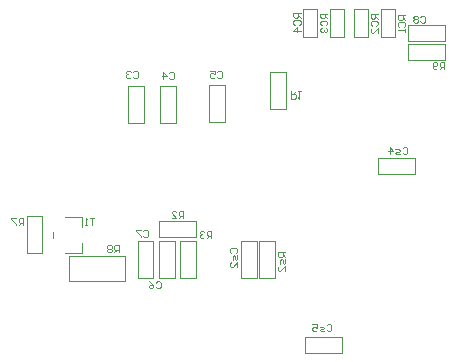
<source format=gbo>
G04 Layer_Color=32896*
%FSLAX44Y44*%
%MOMM*%
G71*
G01*
G75*
%ADD44C,0.1000*%
D44*
X246000Y144750D02*
X259500D01*
X246000D02*
Y176250D01*
X259500D01*
Y144750D02*
Y176250D01*
X292750Y145000D02*
Y153500D01*
X278250Y145000D02*
X292750D01*
X268500Y157420D02*
Y163000D01*
X278250Y175500D02*
X292750D01*
Y167000D02*
Y175500D01*
X281750Y121250D02*
X329250D01*
Y142750D01*
X281750D02*
X329250D01*
X281750Y121250D02*
Y142750D01*
X389250Y158250D02*
Y171750D01*
X357750Y158250D02*
X389250D01*
X357750D02*
Y171750D01*
X389250D01*
X340000Y124000D02*
X353500D01*
X340000D02*
Y155500D01*
X353500D01*
Y124000D02*
Y155500D01*
X358250Y123750D02*
X371750D01*
X358250D02*
Y155250D01*
X371750D01*
Y123750D02*
Y155250D01*
X376250Y123750D02*
X389750D01*
X376250D02*
Y155250D01*
X389750D01*
Y123750D02*
Y155250D01*
X427750Y124000D02*
X441250D01*
X427750D02*
Y155500D01*
X441250D01*
Y124000D02*
Y155500D01*
X575250Y211750D02*
Y225250D01*
X543750Y211750D02*
X575250D01*
X543750D02*
Y225250D01*
X575250D01*
X442750Y155500D02*
X456250D01*
Y124000D02*
Y155500D01*
X442750Y124000D02*
X456250D01*
X442750D02*
Y155500D01*
X358930Y286220D02*
X372430D01*
Y254720D02*
Y286220D01*
X358930Y254720D02*
X372430D01*
X358930D02*
Y286220D01*
X400840Y287490D02*
X414340D01*
Y255990D02*
Y287490D01*
X400840Y255990D02*
X414340D01*
X400840D02*
Y287490D01*
X482010Y60520D02*
Y74020D01*
X513510D01*
Y60520D02*
Y74020D01*
X482010Y60520D02*
X513510D01*
X452250Y298500D02*
X465750D01*
Y267000D02*
Y298500D01*
X452250Y267000D02*
X465750D01*
X452250D02*
Y298500D01*
X332260Y286220D02*
X345760D01*
Y254720D02*
Y286220D01*
X332260Y254720D02*
X345760D01*
X332260D02*
Y286220D01*
X600250Y324250D02*
Y337750D01*
X568750Y324250D02*
X600250D01*
X568750D02*
Y337750D01*
X600250D01*
Y308750D02*
Y322250D01*
X568750Y308750D02*
X600250D01*
X568750D02*
Y322250D01*
X600250D01*
X546250Y351750D02*
X558250D01*
Y327750D02*
Y351750D01*
X546250Y327750D02*
X558250D01*
X546250D02*
Y351750D01*
X523000D02*
X535000D01*
Y327750D02*
Y351750D01*
X523000Y327750D02*
X535000D01*
X523000D02*
Y351750D01*
X503000D02*
X515000D01*
Y327750D02*
Y351750D01*
X503000Y327750D02*
X515000D01*
X503000D02*
Y351750D01*
X480250D02*
X492250D01*
Y327750D02*
Y351750D01*
X480250Y327750D02*
X492250D01*
X480250D02*
Y351750D01*
X324250Y145500D02*
Y151498D01*
X321251D01*
X320251Y150498D01*
Y148499D01*
X321251Y147499D01*
X324250D01*
X322251D02*
X320251Y145500D01*
X318252Y150498D02*
X317252Y151498D01*
X315253D01*
X314253Y150498D01*
Y149499D01*
X315253Y148499D01*
X314253Y147499D01*
Y146500D01*
X315253Y145500D01*
X317252D01*
X318252Y146500D01*
Y147499D01*
X317252Y148499D01*
X318252Y149499D01*
Y150498D01*
X317252Y148499D02*
X315253D01*
X599750Y300500D02*
Y306498D01*
X596751D01*
X595751Y305498D01*
Y303499D01*
X596751Y302499D01*
X599750D01*
X597751D02*
X595751Y300500D01*
X593752Y301500D02*
X592752Y300500D01*
X590753D01*
X589753Y301500D01*
Y305498D01*
X590753Y306498D01*
X592752D01*
X593752Y305498D01*
Y304499D01*
X592752Y303499D01*
X589753D01*
X378750Y174500D02*
Y180498D01*
X375751D01*
X374751Y179498D01*
Y177499D01*
X375751Y176499D01*
X378750D01*
X376751D02*
X374751Y174500D01*
X368753D02*
X372752D01*
X368753Y178499D01*
Y179498D01*
X369753Y180498D01*
X371752D01*
X372752Y179498D01*
X465000Y145750D02*
X459002D01*
Y142751D01*
X460002Y141751D01*
X462001D01*
X463001Y142751D01*
Y145750D01*
Y143751D02*
X465000Y141751D01*
Y139752D02*
Y136753D01*
X464000Y135753D01*
X463001Y136753D01*
Y138752D01*
X462001Y139752D01*
X461001Y138752D01*
Y135753D01*
X465000Y129755D02*
Y133754D01*
X461001Y129755D01*
X460002D01*
X459002Y130755D01*
Y132754D01*
X460002Y133754D01*
X500111Y83699D02*
X501111Y84698D01*
X503110D01*
X504110Y83699D01*
Y79700D01*
X503110Y78700D01*
X501111D01*
X500111Y79700D01*
X498112Y78700D02*
X495113D01*
X494113Y79700D01*
X495113Y80700D01*
X497112D01*
X498112Y81699D01*
X497112Y82699D01*
X494113D01*
X488115Y84698D02*
X492114D01*
Y81699D01*
X490115Y82699D01*
X489115D01*
X488115Y81699D01*
Y79700D01*
X489115Y78700D01*
X491114D01*
X492114Y79700D01*
X564391Y233658D02*
X565391Y234658D01*
X567390D01*
X568390Y233658D01*
Y229660D01*
X567390Y228660D01*
X565391D01*
X564391Y229660D01*
X562392Y228660D02*
X559393D01*
X558393Y229660D01*
X559393Y230659D01*
X561392D01*
X562392Y231659D01*
X561392Y232659D01*
X558393D01*
X553395Y228660D02*
Y234658D01*
X556394Y231659D01*
X552395D01*
X419502Y145001D02*
X418502Y146001D01*
Y148000D01*
X419502Y149000D01*
X423500D01*
X424500Y148000D01*
Y146001D01*
X423500Y145001D01*
X424500Y143002D02*
Y140003D01*
X423500Y139003D01*
X422501Y140003D01*
Y142002D01*
X421501Y143002D01*
X420501Y142002D01*
Y139003D01*
X424500Y133005D02*
Y137004D01*
X420501Y133005D01*
X419502D01*
X418502Y134005D01*
Y136004D01*
X419502Y137004D01*
X402500Y157750D02*
Y163748D01*
X399501D01*
X398501Y162748D01*
Y160749D01*
X399501Y159749D01*
X402500D01*
X400501D02*
X398501Y157750D01*
X396502Y162748D02*
X395502Y163748D01*
X393503D01*
X392503Y162748D01*
Y161749D01*
X393503Y160749D01*
X394503D01*
X393503D01*
X392503Y159749D01*
Y158750D01*
X393503Y157750D01*
X395502D01*
X396502Y158750D01*
X470000Y281750D02*
Y275752D01*
X472999D01*
X473999Y276752D01*
Y278751D01*
X472999Y279751D01*
X470000D01*
X471999D02*
X473999Y281750D01*
X475998D02*
X477997D01*
X476998D01*
Y275752D01*
X475998Y276752D01*
X579501Y344998D02*
X580501Y345998D01*
X582500D01*
X583500Y344998D01*
Y341000D01*
X582500Y340000D01*
X580501D01*
X579501Y341000D01*
X577502Y344998D02*
X576502Y345998D01*
X574503D01*
X573503Y344998D01*
Y343999D01*
X574503Y342999D01*
X573503Y341999D01*
Y341000D01*
X574503Y340000D01*
X576502D01*
X577502Y341000D01*
Y341999D01*
X576502Y342999D01*
X577502Y343999D01*
Y344998D01*
X576502Y342999D02*
X574503D01*
X344751Y163498D02*
X345751Y164498D01*
X347750D01*
X348750Y163498D01*
Y159500D01*
X347750Y158500D01*
X345751D01*
X344751Y159500D01*
X342752Y164498D02*
X338753D01*
Y163498D01*
X342752Y159500D01*
Y158500D01*
X355501Y119998D02*
X356501Y120998D01*
X358500D01*
X359500Y119998D01*
Y116000D01*
X358500Y115000D01*
X356501D01*
X355501Y116000D01*
X349503Y120998D02*
X351503Y119998D01*
X353502Y117999D01*
Y116000D01*
X352502Y115000D01*
X350503D01*
X349503Y116000D01*
Y116999D01*
X350503Y117999D01*
X353502D01*
X407401Y298328D02*
X408401Y299328D01*
X410400D01*
X411400Y298328D01*
Y294330D01*
X410400Y293330D01*
X408401D01*
X407401Y294330D01*
X401403Y299328D02*
X405402D01*
Y296329D01*
X403403Y297329D01*
X402403D01*
X401403Y296329D01*
Y294330D01*
X402403Y293330D01*
X404402D01*
X405402Y294330D01*
X366761Y297059D02*
X367761Y298058D01*
X369760D01*
X370760Y297059D01*
Y293060D01*
X369760Y292060D01*
X367761D01*
X366761Y293060D01*
X361763Y292060D02*
Y298058D01*
X364762Y295059D01*
X360763D01*
X336281Y298328D02*
X337281Y299328D01*
X339280D01*
X340280Y298328D01*
Y294330D01*
X339280Y293330D01*
X337281D01*
X336281Y294330D01*
X334282Y298328D02*
X333282Y299328D01*
X331283D01*
X330283Y298328D01*
Y297329D01*
X331283Y296329D01*
X332283D01*
X331283D01*
X330283Y295329D01*
Y294330D01*
X331283Y293330D01*
X333282D01*
X334282Y294330D01*
X243250Y168500D02*
Y174498D01*
X240251D01*
X239251Y173498D01*
Y171499D01*
X240251Y170499D01*
X243250D01*
X241251D02*
X239251Y168500D01*
X237252Y174498D02*
X233253D01*
Y173498D01*
X237252Y169500D01*
Y168500D01*
X303500Y174998D02*
X299501D01*
X301501D01*
Y169000D01*
X297502D02*
X295503D01*
X296502D01*
Y174998D01*
X297502Y173998D01*
X566500Y346500D02*
X560502D01*
Y343501D01*
X561502Y342501D01*
X563501D01*
X564501Y343501D01*
Y346500D01*
Y344501D02*
X566500Y342501D01*
X561502Y336503D02*
X560502Y337503D01*
Y339502D01*
X561502Y340502D01*
X565500D01*
X566500Y339502D01*
Y337503D01*
X565500Y336503D01*
X566500Y334504D02*
Y332505D01*
Y333504D01*
X560502D01*
X561502Y334504D01*
X543250Y347500D02*
X537252D01*
Y344501D01*
X538252Y343501D01*
X540251D01*
X541251Y344501D01*
Y347500D01*
Y345501D02*
X543250Y343501D01*
X538252Y337503D02*
X537252Y338503D01*
Y340502D01*
X538252Y341502D01*
X542250D01*
X543250Y340502D01*
Y338503D01*
X542250Y337503D01*
X543250Y331505D02*
Y335504D01*
X539251Y331505D01*
X538252D01*
X537252Y332505D01*
Y334504D01*
X538252Y335504D01*
X500750Y347750D02*
X494752D01*
Y344751D01*
X495752Y343751D01*
X497751D01*
X498751Y344751D01*
Y347750D01*
Y345751D02*
X500750Y343751D01*
X495752Y337753D02*
X494752Y338753D01*
Y340752D01*
X495752Y341752D01*
X499750D01*
X500750Y340752D01*
Y338753D01*
X499750Y337753D01*
X495752Y335754D02*
X494752Y334754D01*
Y332755D01*
X495752Y331755D01*
X496751D01*
X497751Y332755D01*
Y333755D01*
Y332755D01*
X498751Y331755D01*
X499750D01*
X500750Y332755D01*
Y334754D01*
X499750Y335754D01*
X478000Y348250D02*
X472002D01*
Y345251D01*
X473002Y344251D01*
X475001D01*
X476001Y345251D01*
Y348250D01*
Y346251D02*
X478000Y344251D01*
X473002Y338253D02*
X472002Y339253D01*
Y341252D01*
X473002Y342252D01*
X477000D01*
X478000Y341252D01*
Y339253D01*
X477000Y338253D01*
X478000Y333255D02*
X472002D01*
X475001Y336254D01*
Y332255D01*
M02*

</source>
